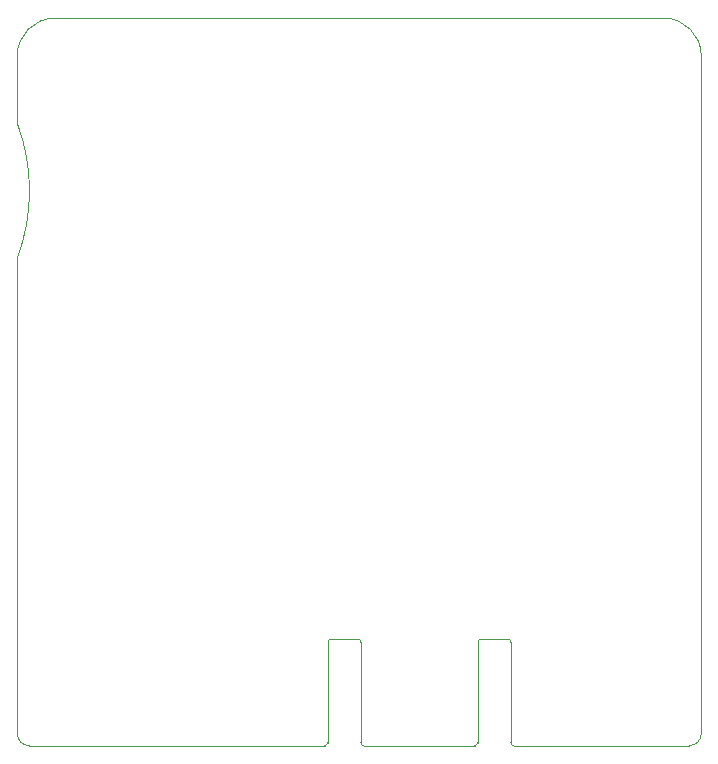
<source format=gm1>
%TF.GenerationSoftware,KiCad,Pcbnew,(5.1.8)-1*%
%TF.CreationDate,2021-04-11T23:00:19+02:00*%
%TF.ProjectId,ZX Cartridge 2021,5a582043-6172-4747-9269-646765203230,rev?*%
%TF.SameCoordinates,Original*%
%TF.FileFunction,Profile,NP*%
%FSLAX46Y46*%
G04 Gerber Fmt 4.6, Leading zero omitted, Abs format (unit mm)*
G04 Created by KiCad (PCBNEW (5.1.8)-1) date 2021-04-11 23:00:19*
%MOMM*%
%LPD*%
G01*
G04 APERTURE LIST*
%TA.AperFunction,Profile*%
%ADD10C,0.025400*%
%TD*%
G04 APERTURE END LIST*
D10*
X120269000Y-67945000D02*
X120269000Y-62230000D01*
X120269000Y-67945000D02*
G75*
G02*
X120269000Y-79374999I-15239999J-5715000D01*
G01*
X123444000Y-59055000D02*
X175006000Y-59055000D01*
X175006000Y-59055000D02*
G75*
G02*
X178181000Y-62230000I0J-3175000D01*
G01*
X120269000Y-62230000D02*
G75*
G02*
X123444000Y-59055000I3175000J0D01*
G01*
X162306000Y-120650000D02*
X177165000Y-120650000D01*
X149606000Y-120650000D02*
X159004000Y-120650000D01*
X162052000Y-111887000D02*
X162052000Y-120396000D01*
X159258000Y-120396000D02*
X159258000Y-111887000D01*
X161798000Y-111633000D02*
G75*
G02*
X162052000Y-111887000I0J-254000D01*
G01*
X162306000Y-120650000D02*
G75*
G02*
X162052000Y-120396000I0J254000D01*
G01*
X159258000Y-111887000D02*
G75*
G02*
X159512000Y-111633000I254000J0D01*
G01*
X159258000Y-120396000D02*
G75*
G02*
X159004000Y-120650000I-254000J0D01*
G01*
X159512000Y-111633000D02*
X161798000Y-111633000D01*
X146304000Y-120650000D02*
X121285000Y-120650000D01*
X149352000Y-111887000D02*
X149352000Y-120396000D01*
X146812000Y-111633000D02*
X149098000Y-111633000D01*
X146558000Y-120396000D02*
X146558000Y-111887000D01*
X146558000Y-120396000D02*
G75*
G02*
X146304000Y-120650000I-254000J0D01*
G01*
X146558000Y-111887000D02*
G75*
G02*
X146812000Y-111633000I254000J0D01*
G01*
X149098000Y-111633000D02*
G75*
G02*
X149352000Y-111887000I0J-254000D01*
G01*
X149606000Y-120650000D02*
G75*
G02*
X149352000Y-120396000I0J254000D01*
G01*
X178181000Y-62230000D02*
X178181000Y-119253000D01*
X120269000Y-119253000D02*
X120269000Y-119634000D01*
X120269000Y-119634000D02*
G75*
G03*
X121285000Y-120650000I1016000J0D01*
G01*
X178181000Y-119634000D02*
X178181000Y-119253000D01*
X177165000Y-120650000D02*
G75*
G03*
X178181000Y-119634000I0J1016000D01*
G01*
X120269000Y-79374999D02*
X120269000Y-119253000D01*
M02*

</source>
